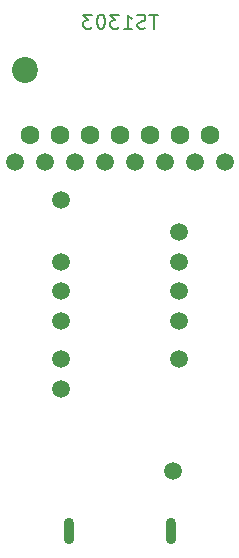
<source format=gbr>
%TF.GenerationSoftware,KiCad,Pcbnew,9.0.2+1*%
%TF.CreationDate,2025-08-04T10:31:06+02:00*%
%TF.ProjectId,ts13_dev_kit,74733133-5f64-4657-965f-6b69742e6b69,rev?*%
%TF.SameCoordinates,Original*%
%TF.FileFunction,Soldermask,Bot*%
%TF.FilePolarity,Negative*%
%FSLAX46Y46*%
G04 Gerber Fmt 4.6, Leading zero omitted, Abs format (unit mm)*
G04 Created by KiCad (PCBNEW 9.0.2+1) date 2025-08-04 10:31:06*
%MOMM*%
%LPD*%
G01*
G04 APERTURE LIST*
%ADD10C,0.180000*%
%ADD11O,0.850000X2.250000*%
%ADD12C,1.600000*%
%ADD13C,1.500000*%
%ADD14C,2.200000*%
G04 APERTURE END LIST*
D10*
X133199999Y-50843782D02*
X132514285Y-50843782D01*
X132857142Y-52043782D02*
X132857142Y-50843782D01*
X132171427Y-51986640D02*
X131999999Y-52043782D01*
X131999999Y-52043782D02*
X131714284Y-52043782D01*
X131714284Y-52043782D02*
X131599999Y-51986640D01*
X131599999Y-51986640D02*
X131542856Y-51929497D01*
X131542856Y-51929497D02*
X131485713Y-51815211D01*
X131485713Y-51815211D02*
X131485713Y-51700925D01*
X131485713Y-51700925D02*
X131542856Y-51586640D01*
X131542856Y-51586640D02*
X131599999Y-51529497D01*
X131599999Y-51529497D02*
X131714284Y-51472354D01*
X131714284Y-51472354D02*
X131942856Y-51415211D01*
X131942856Y-51415211D02*
X132057141Y-51358068D01*
X132057141Y-51358068D02*
X132114284Y-51300925D01*
X132114284Y-51300925D02*
X132171427Y-51186640D01*
X132171427Y-51186640D02*
X132171427Y-51072354D01*
X132171427Y-51072354D02*
X132114284Y-50958068D01*
X132114284Y-50958068D02*
X132057141Y-50900925D01*
X132057141Y-50900925D02*
X131942856Y-50843782D01*
X131942856Y-50843782D02*
X131657141Y-50843782D01*
X131657141Y-50843782D02*
X131485713Y-50900925D01*
X130342856Y-52043782D02*
X131028570Y-52043782D01*
X130685713Y-52043782D02*
X130685713Y-50843782D01*
X130685713Y-50843782D02*
X130799999Y-51015211D01*
X130799999Y-51015211D02*
X130914284Y-51129497D01*
X130914284Y-51129497D02*
X131028570Y-51186640D01*
X129942856Y-50843782D02*
X129199999Y-50843782D01*
X129199999Y-50843782D02*
X129599999Y-51300925D01*
X129599999Y-51300925D02*
X129428570Y-51300925D01*
X129428570Y-51300925D02*
X129314285Y-51358068D01*
X129314285Y-51358068D02*
X129257142Y-51415211D01*
X129257142Y-51415211D02*
X129199999Y-51529497D01*
X129199999Y-51529497D02*
X129199999Y-51815211D01*
X129199999Y-51815211D02*
X129257142Y-51929497D01*
X129257142Y-51929497D02*
X129314285Y-51986640D01*
X129314285Y-51986640D02*
X129428570Y-52043782D01*
X129428570Y-52043782D02*
X129771427Y-52043782D01*
X129771427Y-52043782D02*
X129885713Y-51986640D01*
X129885713Y-51986640D02*
X129942856Y-51929497D01*
X128457142Y-50843782D02*
X128342856Y-50843782D01*
X128342856Y-50843782D02*
X128228570Y-50900925D01*
X128228570Y-50900925D02*
X128171428Y-50958068D01*
X128171428Y-50958068D02*
X128114285Y-51072354D01*
X128114285Y-51072354D02*
X128057142Y-51300925D01*
X128057142Y-51300925D02*
X128057142Y-51586640D01*
X128057142Y-51586640D02*
X128114285Y-51815211D01*
X128114285Y-51815211D02*
X128171428Y-51929497D01*
X128171428Y-51929497D02*
X128228570Y-51986640D01*
X128228570Y-51986640D02*
X128342856Y-52043782D01*
X128342856Y-52043782D02*
X128457142Y-52043782D01*
X128457142Y-52043782D02*
X128571428Y-51986640D01*
X128571428Y-51986640D02*
X128628570Y-51929497D01*
X128628570Y-51929497D02*
X128685713Y-51815211D01*
X128685713Y-51815211D02*
X128742856Y-51586640D01*
X128742856Y-51586640D02*
X128742856Y-51300925D01*
X128742856Y-51300925D02*
X128685713Y-51072354D01*
X128685713Y-51072354D02*
X128628570Y-50958068D01*
X128628570Y-50958068D02*
X128571428Y-50900925D01*
X128571428Y-50900925D02*
X128457142Y-50843782D01*
X127657142Y-50843782D02*
X126914285Y-50843782D01*
X126914285Y-50843782D02*
X127314285Y-51300925D01*
X127314285Y-51300925D02*
X127142856Y-51300925D01*
X127142856Y-51300925D02*
X127028571Y-51358068D01*
X127028571Y-51358068D02*
X126971428Y-51415211D01*
X126971428Y-51415211D02*
X126914285Y-51529497D01*
X126914285Y-51529497D02*
X126914285Y-51815211D01*
X126914285Y-51815211D02*
X126971428Y-51929497D01*
X126971428Y-51929497D02*
X127028571Y-51986640D01*
X127028571Y-51986640D02*
X127142856Y-52043782D01*
X127142856Y-52043782D02*
X127485713Y-52043782D01*
X127485713Y-52043782D02*
X127599999Y-51986640D01*
X127599999Y-51986640D02*
X127657142Y-51929497D01*
D11*
%TO.C,J1*%
X125700000Y-94600000D03*
X134300000Y-94600000D03*
%TD*%
D12*
%TO.C,PAD3*%
X124900000Y-61000000D03*
%TD*%
D13*
%TO.C,H4*%
X136330000Y-63350000D03*
%TD*%
%TO.C,H1*%
X121090000Y-63350000D03*
%TD*%
D12*
%TO.C,PAD4*%
X135060000Y-61000000D03*
%TD*%
%TO.C,PAD6*%
X129980000Y-61000000D03*
%TD*%
%TO.C,PAD2*%
X137600000Y-61000000D03*
%TD*%
D13*
%TO.C,H6*%
X133790000Y-63350000D03*
%TD*%
%TO.C,H3*%
X126170000Y-63350000D03*
%TD*%
D12*
%TO.C,PAD1*%
X122360000Y-61000000D03*
%TD*%
D13*
%TO.C,H2*%
X123630000Y-63350000D03*
%TD*%
%TO.C,H5*%
X138870000Y-63350000D03*
%TD*%
D12*
%TO.C,PAD7*%
X127440000Y-61000000D03*
%TD*%
D13*
%TO.C,H8*%
X131250000Y-63350000D03*
%TD*%
D14*
%TO.C,H9*%
X122000000Y-55500000D03*
%TD*%
D12*
%TO.C,PAD5*%
X132520000Y-61000000D03*
%TD*%
D13*
%TO.C,H7*%
X128710000Y-63350000D03*
%TD*%
%TO.C,TP7*%
X125000000Y-74250000D03*
%TD*%
%TO.C,TP2*%
X135000000Y-76750000D03*
%TD*%
%TO.C,TP5*%
X135000000Y-71750000D03*
%TD*%
%TO.C,TP6*%
X135000000Y-69250000D03*
%TD*%
%TO.C,TP10*%
X125000000Y-66500000D03*
%TD*%
%TO.C,TP12*%
X125000000Y-80000000D03*
%TD*%
%TO.C,TP8*%
X125000000Y-76750000D03*
%TD*%
%TO.C,TP11*%
X125000000Y-82500000D03*
%TD*%
%TO.C,TP9*%
X125000000Y-71750000D03*
%TD*%
%TO.C,TP3*%
X134500000Y-89500000D03*
%TD*%
%TO.C,TP4*%
X135000000Y-74250000D03*
%TD*%
%TO.C,TP1*%
X135000000Y-80000000D03*
%TD*%
M02*

</source>
